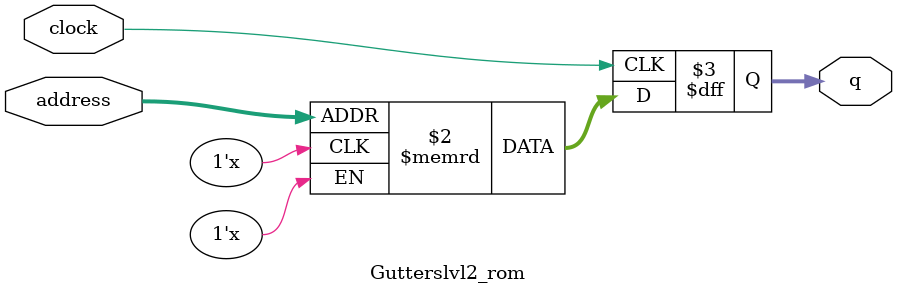
<source format=sv>
module Gutterslvl2_rom (
	input logic clock,
	input logic [13:0] address,
	output logic [2:0] q
);

logic [2:0] memory [0:12284] /* synthesis ram_init_file = "C:\Users\David\Desktop\ECE385\Final\Lab_6\statebackground\Gutterslvl2\Gutterslvl2.mif" */;

always_ff @ (posedge clock) begin
	q <= memory[address];
end

endmodule

</source>
